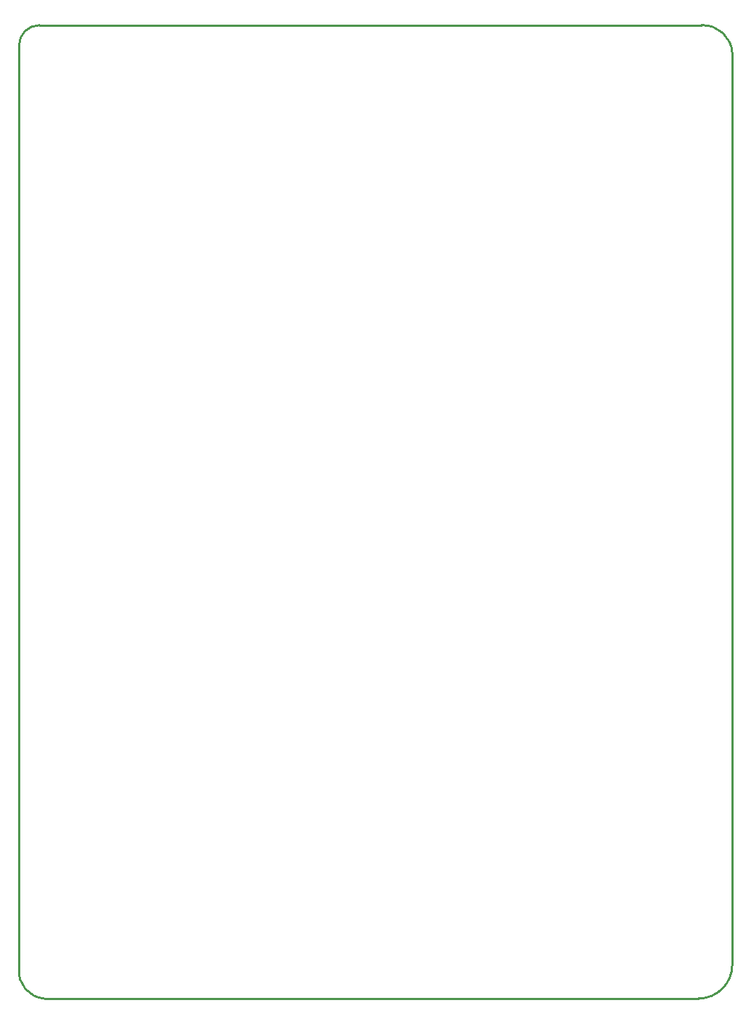
<source format=gbo>
G04*
G04 #@! TF.GenerationSoftware,Altium Limited,Altium Designer,19.0.15 (446)*
G04*
G04 Layer_Color=32896*
%FSLAX25Y25*%
%MOIN*%
G70*
G01*
G75*
%ADD10C,0.01000*%
D10*
X9367Y447367D02*
G03*
X0Y438000I0J-9367D01*
G01*
Y13500D02*
G03*
X11500Y0I12500J-1000D01*
G01*
X312500D02*
G03*
X328000Y15500I-0J15500D01*
G01*
X328027Y434493D02*
G03*
X314000Y447367I-13521J-654D01*
G01*
X9367D02*
X16439D01*
X0Y429143D02*
Y438000D01*
X313133Y447367D02*
X313834D01*
X11500Y0D02*
X312500D01*
X328000Y15500D02*
Y434500D01*
X16439Y447367D02*
X313133D01*
X0Y13500D02*
Y429143D01*
M02*

</source>
